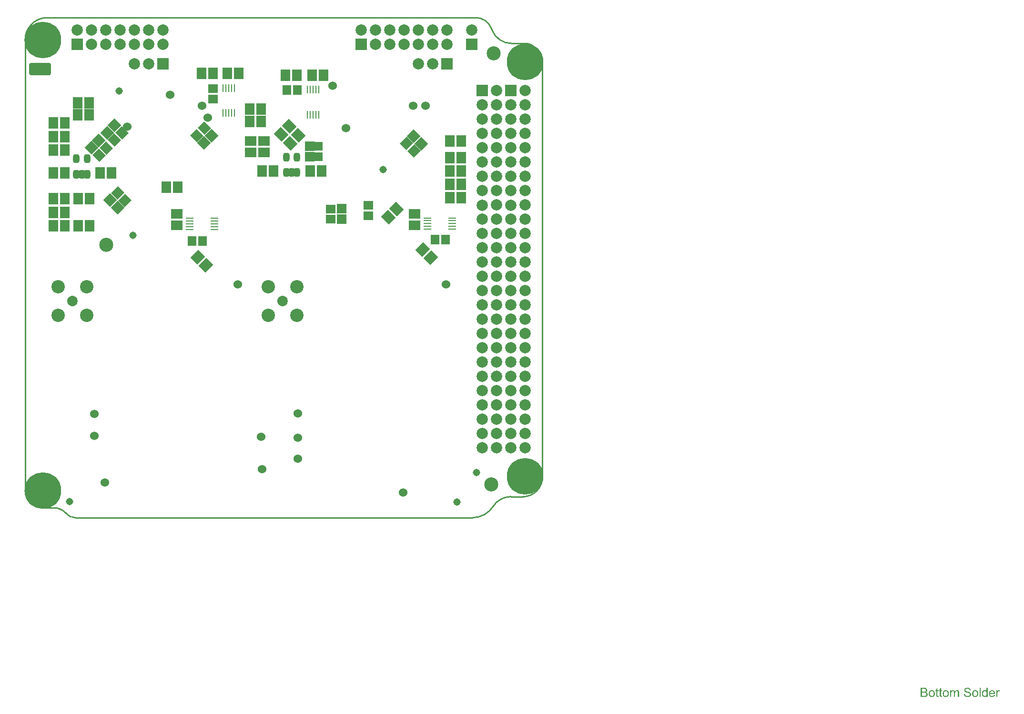
<source format=gbs>
G04*
G04 #@! TF.GenerationSoftware,Altium Limited,Altium Designer,18.1.7 (191)*
G04*
G04 Layer_Color=16711935*
%FSLAX25Y25*%
%MOIN*%
G70*
G01*
G75*
%ADD11C,0.01000*%
%ADD14C,0.00787*%
%ADD52R,0.14567X0.07874*%
%ADD55R,0.06724X0.06724*%
%ADD57P,0.09510X4X270.0*%
%ADD58P,0.09510X4X180.0*%
%ADD67C,0.09843*%
G04:AMPARAMS|DCode=74|XSize=61.34mil|YSize=67.24mil|CornerRadius=0mil|HoleSize=0mil|Usage=FLASHONLY|Rotation=135.000|XOffset=0mil|YOffset=0mil|HoleType=Round|Shape=Rectangle|*
%AMROTATEDRECTD74*
4,1,4,0.04546,0.00209,-0.00209,-0.04546,-0.04546,-0.00209,0.00209,0.04546,0.04546,0.00209,0.0*
%
%ADD74ROTATEDRECTD74*%

%ADD75R,0.06724X0.06134*%
%ADD76R,0.06134X0.06724*%
G04:AMPARAMS|DCode=77|XSize=61.34mil|YSize=67.24mil|CornerRadius=0mil|HoleSize=0mil|Usage=FLASHONLY|Rotation=45.000|XOffset=0mil|YOffset=0mil|HoleType=Round|Shape=Rectangle|*
%AMROTATEDRECTD77*
4,1,4,0.00209,-0.04546,-0.04546,0.00209,-0.00209,0.04546,0.04546,-0.00209,0.00209,-0.04546,0.0*
%
%ADD77ROTATEDRECTD77*%

%ADD80R,0.06724X0.08000*%
G04:AMPARAMS|DCode=81|XSize=67.24mil|YSize=80mil|CornerRadius=0mil|HoleSize=0mil|Usage=FLASHONLY|Rotation=135.000|XOffset=0mil|YOffset=0mil|HoleType=Round|Shape=Rectangle|*
%AMROTATEDRECTD81*
4,1,4,0.05206,0.00451,-0.00451,-0.05206,-0.05206,-0.00451,0.00451,0.05206,0.05206,0.00451,0.0*
%
%ADD81ROTATEDRECTD81*%

%ADD82R,0.08000X0.06724*%
%ADD83C,0.06000*%
%ADD84C,0.09331*%
%ADD85C,0.07323*%
%ADD86C,0.07906*%
%ADD87R,0.07906X0.07906*%
%ADD88R,0.07906X0.07906*%
%ADD89C,0.25622*%
%ADD90C,0.05150*%
%ADD108R,0.01100X0.05228*%
%ADD109R,0.05228X0.01100*%
G04:AMPARAMS|DCode=111|XSize=67.24mil|YSize=80mil|CornerRadius=0mil|HoleSize=0mil|Usage=FLASHONLY|Rotation=225.000|XOffset=0mil|YOffset=0mil|HoleType=Round|Shape=Rectangle|*
%AMROTATEDRECTD111*
4,1,4,-0.00451,0.05206,0.05206,-0.00451,0.00451,-0.05206,-0.05206,0.00451,-0.00451,0.05206,0.0*
%
%ADD111ROTATEDRECTD111*%

G04:AMPARAMS|DCode=112|XSize=43.62mil|YSize=59.37mil|CornerRadius=12.01mil|HoleSize=0mil|Usage=FLASHONLY|Rotation=0.000|XOffset=0mil|YOffset=0mil|HoleType=Round|Shape=RoundedRectangle|*
%AMROUNDEDRECTD112*
21,1,0.04362,0.03535,0,0,0.0*
21,1,0.01961,0.05937,0,0,0.0*
1,1,0.02402,0.00980,-0.01768*
1,1,0.02402,-0.00980,-0.01768*
1,1,0.02402,-0.00980,0.01768*
1,1,0.02402,0.00980,0.01768*
%
%ADD112ROUNDEDRECTD112*%
G36*
X659771Y-118548D02*
X659835D01*
X660008Y-118567D01*
X660199Y-118594D01*
X660400Y-118640D01*
X660619Y-118694D01*
X660819Y-118767D01*
X660828D01*
X660846Y-118776D01*
X660874Y-118794D01*
X660910Y-118813D01*
X661001Y-118858D01*
X661120Y-118940D01*
X661256Y-119031D01*
X661393Y-119150D01*
X661520Y-119286D01*
X661639Y-119441D01*
Y-119450D01*
X661648Y-119459D01*
X661666Y-119487D01*
X661685Y-119514D01*
X661730Y-119605D01*
X661785Y-119724D01*
X661848Y-119869D01*
X661894Y-120043D01*
X661939Y-120225D01*
X661958Y-120425D01*
X661156Y-120489D01*
Y-120480D01*
Y-120461D01*
X661147Y-120434D01*
X661138Y-120389D01*
X661110Y-120288D01*
X661074Y-120152D01*
X661019Y-120006D01*
X660937Y-119860D01*
X660837Y-119724D01*
X660710Y-119596D01*
X660691Y-119587D01*
X660646Y-119551D01*
X660555Y-119496D01*
X660436Y-119441D01*
X660282Y-119387D01*
X660099Y-119332D01*
X659872Y-119296D01*
X659617Y-119286D01*
X659489D01*
X659434Y-119296D01*
X659361Y-119305D01*
X659197Y-119323D01*
X659015Y-119359D01*
X658833Y-119405D01*
X658660Y-119478D01*
X658587Y-119523D01*
X658514Y-119569D01*
X658496Y-119578D01*
X658460Y-119614D01*
X658405Y-119678D01*
X658350Y-119751D01*
X658286Y-119851D01*
X658232Y-119960D01*
X658195Y-120088D01*
X658177Y-120234D01*
Y-120252D01*
Y-120288D01*
X658186Y-120352D01*
X658204Y-120425D01*
X658232Y-120516D01*
X658277Y-120607D01*
X658332Y-120698D01*
X658414Y-120790D01*
X658423Y-120799D01*
X658469Y-120826D01*
X658505Y-120853D01*
X658541Y-120871D01*
X658596Y-120899D01*
X658660Y-120935D01*
X658742Y-120963D01*
X658833Y-120999D01*
X658933Y-121036D01*
X659052Y-121081D01*
X659179Y-121117D01*
X659325Y-121163D01*
X659489Y-121200D01*
X659671Y-121245D01*
X659680D01*
X659717Y-121254D01*
X659771Y-121263D01*
X659835Y-121281D01*
X659917Y-121300D01*
X660017Y-121327D01*
X660117Y-121354D01*
X660227Y-121382D01*
X660464Y-121445D01*
X660691Y-121509D01*
X660801Y-121546D01*
X660901Y-121582D01*
X660992Y-121609D01*
X661065Y-121646D01*
X661074D01*
X661092Y-121655D01*
X661120Y-121673D01*
X661156Y-121691D01*
X661256Y-121746D01*
X661375Y-121819D01*
X661511Y-121919D01*
X661648Y-122029D01*
X661776Y-122156D01*
X661885Y-122293D01*
X661894Y-122311D01*
X661930Y-122356D01*
X661967Y-122438D01*
X662021Y-122548D01*
X662067Y-122675D01*
X662113Y-122830D01*
X662140Y-123003D01*
X662149Y-123185D01*
Y-123195D01*
Y-123204D01*
Y-123231D01*
Y-123267D01*
X662131Y-123368D01*
X662113Y-123495D01*
X662076Y-123641D01*
X662031Y-123796D01*
X661958Y-123960D01*
X661858Y-124133D01*
Y-124142D01*
X661848Y-124151D01*
X661803Y-124206D01*
X661739Y-124288D01*
X661648Y-124379D01*
X661530Y-124488D01*
X661384Y-124607D01*
X661220Y-124716D01*
X661028Y-124816D01*
X661019D01*
X661001Y-124825D01*
X660974Y-124834D01*
X660937Y-124853D01*
X660883Y-124871D01*
X660819Y-124898D01*
X660673Y-124934D01*
X660500Y-124980D01*
X660291Y-125026D01*
X660063Y-125053D01*
X659817Y-125062D01*
X659671D01*
X659598Y-125053D01*
X659516D01*
X659425Y-125044D01*
X659316Y-125035D01*
X659088Y-124998D01*
X658851Y-124962D01*
X658614Y-124898D01*
X658387Y-124816D01*
X658378D01*
X658359Y-124807D01*
X658332Y-124789D01*
X658295Y-124771D01*
X658186Y-124716D01*
X658059Y-124634D01*
X657913Y-124525D01*
X657758Y-124397D01*
X657612Y-124242D01*
X657476Y-124069D01*
Y-124060D01*
X657457Y-124042D01*
X657448Y-124014D01*
X657421Y-123978D01*
X657403Y-123932D01*
X657375Y-123878D01*
X657312Y-123741D01*
X657248Y-123568D01*
X657193Y-123377D01*
X657157Y-123158D01*
X657139Y-122930D01*
X657922Y-122857D01*
Y-122867D01*
Y-122876D01*
X657931Y-122903D01*
Y-122940D01*
X657949Y-123021D01*
X657977Y-123140D01*
X658013Y-123258D01*
X658050Y-123395D01*
X658113Y-123522D01*
X658177Y-123641D01*
X658186Y-123650D01*
X658214Y-123687D01*
X658259Y-123750D01*
X658332Y-123814D01*
X658423Y-123896D01*
X658523Y-123978D01*
X658660Y-124060D01*
X658806Y-124133D01*
X658815D01*
X658824Y-124142D01*
X658851Y-124151D01*
X658879Y-124160D01*
X658970Y-124188D01*
X659088Y-124224D01*
X659234Y-124260D01*
X659398Y-124288D01*
X659580Y-124306D01*
X659781Y-124315D01*
X659863D01*
X659954Y-124306D01*
X660063Y-124297D01*
X660190Y-124279D01*
X660336Y-124260D01*
X660482Y-124224D01*
X660619Y-124178D01*
X660637Y-124169D01*
X660682Y-124151D01*
X660746Y-124115D01*
X660828Y-124078D01*
X660910Y-124014D01*
X661001Y-123951D01*
X661092Y-123878D01*
X661165Y-123787D01*
X661174Y-123778D01*
X661193Y-123741D01*
X661220Y-123696D01*
X661256Y-123623D01*
X661293Y-123550D01*
X661320Y-123459D01*
X661338Y-123359D01*
X661347Y-123249D01*
Y-123240D01*
Y-123195D01*
X661338Y-123140D01*
X661329Y-123067D01*
X661302Y-122994D01*
X661274Y-122903D01*
X661229Y-122812D01*
X661165Y-122730D01*
X661156Y-122721D01*
X661129Y-122694D01*
X661092Y-122657D01*
X661028Y-122602D01*
X660956Y-122548D01*
X660855Y-122484D01*
X660737Y-122420D01*
X660600Y-122365D01*
X660591Y-122356D01*
X660546Y-122347D01*
X660473Y-122320D01*
X660427Y-122311D01*
X660363Y-122293D01*
X660300Y-122265D01*
X660218Y-122247D01*
X660127Y-122220D01*
X660017Y-122192D01*
X659908Y-122165D01*
X659781Y-122129D01*
X659635Y-122092D01*
X659480Y-122056D01*
X659471D01*
X659443Y-122047D01*
X659398Y-122038D01*
X659343Y-122019D01*
X659270Y-122001D01*
X659188Y-121983D01*
X659006Y-121928D01*
X658806Y-121864D01*
X658596Y-121801D01*
X658414Y-121737D01*
X658332Y-121701D01*
X658259Y-121664D01*
X658250D01*
X658241Y-121655D01*
X658186Y-121618D01*
X658104Y-121573D01*
X658013Y-121500D01*
X657904Y-121418D01*
X657795Y-121318D01*
X657685Y-121200D01*
X657594Y-121072D01*
X657585Y-121054D01*
X657558Y-121008D01*
X657521Y-120935D01*
X657485Y-120844D01*
X657448Y-120726D01*
X657412Y-120589D01*
X657384Y-120443D01*
X657375Y-120288D01*
Y-120279D01*
Y-120270D01*
Y-120243D01*
Y-120206D01*
X657394Y-120115D01*
X657412Y-119997D01*
X657439Y-119860D01*
X657485Y-119705D01*
X657549Y-119551D01*
X657640Y-119396D01*
Y-119387D01*
X657649Y-119377D01*
X657694Y-119323D01*
X657758Y-119250D01*
X657840Y-119159D01*
X657949Y-119059D01*
X658086Y-118949D01*
X658250Y-118849D01*
X658432Y-118758D01*
X658441D01*
X658460Y-118749D01*
X658487Y-118740D01*
X658523Y-118721D01*
X658569Y-118703D01*
X658633Y-118685D01*
X658769Y-118649D01*
X658942Y-118612D01*
X659143Y-118576D01*
X659352Y-118548D01*
X659589Y-118539D01*
X659708D01*
X659771Y-118548D01*
D02*
G37*
G36*
X673728Y-124953D02*
X673008D01*
Y-124379D01*
X672999Y-124388D01*
X672990Y-124406D01*
X672963Y-124443D01*
X672926Y-124488D01*
X672881Y-124534D01*
X672826Y-124588D01*
X672762Y-124652D01*
X672680Y-124716D01*
X672598Y-124780D01*
X672507Y-124844D01*
X672398Y-124898D01*
X672279Y-124944D01*
X672161Y-124989D01*
X672024Y-125026D01*
X671878Y-125044D01*
X671724Y-125053D01*
X671669D01*
X671633Y-125044D01*
X671523Y-125035D01*
X671396Y-125016D01*
X671241Y-124980D01*
X671068Y-124925D01*
X670895Y-124853D01*
X670722Y-124752D01*
X670713D01*
X670703Y-124734D01*
X670649Y-124698D01*
X670567Y-124625D01*
X670467Y-124534D01*
X670348Y-124415D01*
X670230Y-124269D01*
X670111Y-124106D01*
X670011Y-123914D01*
Y-123905D01*
X670002Y-123887D01*
X669993Y-123860D01*
X669975Y-123823D01*
X669956Y-123768D01*
X669929Y-123705D01*
X669911Y-123641D01*
X669893Y-123559D01*
X669847Y-123377D01*
X669802Y-123167D01*
X669774Y-122930D01*
X669765Y-122675D01*
Y-122666D01*
Y-122648D01*
Y-122611D01*
Y-122557D01*
X669774Y-122502D01*
Y-122429D01*
X669792Y-122265D01*
X669820Y-122074D01*
X669865Y-121864D01*
X669920Y-121646D01*
X669993Y-121436D01*
Y-121427D01*
X670002Y-121409D01*
X670020Y-121382D01*
X670038Y-121345D01*
X670093Y-121245D01*
X670166Y-121117D01*
X670257Y-120981D01*
X670375Y-120844D01*
X670512Y-120698D01*
X670676Y-120580D01*
X670685D01*
X670694Y-120571D01*
X670722Y-120553D01*
X670758Y-120534D01*
X670849Y-120489D01*
X670977Y-120425D01*
X671122Y-120370D01*
X671295Y-120325D01*
X671487Y-120288D01*
X671687Y-120279D01*
X671760D01*
X671833Y-120288D01*
X671933Y-120298D01*
X672052Y-120325D01*
X672179Y-120352D01*
X672307Y-120398D01*
X672425Y-120461D01*
X672443Y-120471D01*
X672480Y-120489D01*
X672535Y-120534D01*
X672607Y-120580D01*
X672698Y-120644D01*
X672780Y-120726D01*
X672871Y-120808D01*
X672954Y-120908D01*
Y-118649D01*
X673728D01*
Y-124953D01*
D02*
G37*
G36*
X681681Y-120288D02*
X681781Y-120307D01*
X681899Y-120343D01*
X682027Y-120389D01*
X682173Y-120452D01*
X682328Y-120534D01*
X682045Y-121245D01*
X682036Y-121236D01*
X682000Y-121218D01*
X681945Y-121190D01*
X681872Y-121163D01*
X681790Y-121136D01*
X681690Y-121108D01*
X681590Y-121090D01*
X681490Y-121081D01*
X681444D01*
X681398Y-121090D01*
X681335Y-121099D01*
X681271Y-121117D01*
X681189Y-121145D01*
X681107Y-121181D01*
X681034Y-121236D01*
X681025Y-121245D01*
X680998Y-121263D01*
X680970Y-121300D01*
X680925Y-121345D01*
X680879Y-121409D01*
X680834Y-121482D01*
X680788Y-121564D01*
X680752Y-121664D01*
X680743Y-121682D01*
X680733Y-121737D01*
X680715Y-121819D01*
X680688Y-121928D01*
X680661Y-122065D01*
X680642Y-122220D01*
X680633Y-122384D01*
X680624Y-122566D01*
Y-124953D01*
X679850D01*
Y-120379D01*
X680551D01*
Y-121072D01*
X680560Y-121063D01*
X680597Y-120999D01*
X680642Y-120917D01*
X680715Y-120817D01*
X680788Y-120717D01*
X680870Y-120607D01*
X680952Y-120516D01*
X681034Y-120443D01*
X681043Y-120434D01*
X681071Y-120416D01*
X681125Y-120389D01*
X681180Y-120361D01*
X681253Y-120334D01*
X681344Y-120307D01*
X681435Y-120288D01*
X681535Y-120279D01*
X681599D01*
X681681Y-120288D01*
D02*
G37*
G36*
X652420D02*
X652483D01*
X652547Y-120298D01*
X652702Y-120325D01*
X652866Y-120370D01*
X653039Y-120443D01*
X653212Y-120534D01*
X653358Y-120662D01*
X653376Y-120680D01*
X653413Y-120735D01*
X653476Y-120817D01*
X653504Y-120881D01*
X653540Y-120944D01*
X653577Y-121026D01*
X653604Y-121108D01*
X653640Y-121200D01*
X653668Y-121309D01*
X653686Y-121418D01*
X653704Y-121546D01*
X653722Y-121673D01*
Y-121819D01*
Y-124953D01*
X652948D01*
Y-122083D01*
Y-122074D01*
Y-122065D01*
Y-122010D01*
Y-121928D01*
X652939Y-121828D01*
X652930Y-121719D01*
X652921Y-121609D01*
X652902Y-121500D01*
X652875Y-121418D01*
Y-121409D01*
X652857Y-121382D01*
X652839Y-121345D01*
X652811Y-121300D01*
X652775Y-121245D01*
X652729Y-121190D01*
X652675Y-121136D01*
X652602Y-121081D01*
X652593Y-121072D01*
X652565Y-121063D01*
X652529Y-121045D01*
X652465Y-121017D01*
X652401Y-120990D01*
X652319Y-120972D01*
X652237Y-120963D01*
X652137Y-120954D01*
X652092D01*
X652055Y-120963D01*
X651964Y-120972D01*
X651855Y-120990D01*
X651727Y-121036D01*
X651591Y-121090D01*
X651454Y-121172D01*
X651326Y-121281D01*
X651317Y-121300D01*
X651281Y-121345D01*
X651226Y-121418D01*
X651171Y-121527D01*
X651108Y-121673D01*
X651062Y-121846D01*
X651026Y-122056D01*
X651008Y-122302D01*
Y-124953D01*
X650233D01*
Y-121992D01*
Y-121983D01*
Y-121965D01*
Y-121947D01*
Y-121910D01*
X650224Y-121810D01*
X650206Y-121701D01*
X650188Y-121573D01*
X650151Y-121445D01*
X650106Y-121327D01*
X650042Y-121218D01*
X650033Y-121209D01*
X650005Y-121172D01*
X649960Y-121136D01*
X649896Y-121081D01*
X649814Y-121036D01*
X649705Y-120990D01*
X649577Y-120963D01*
X649422Y-120954D01*
X649368D01*
X649304Y-120963D01*
X649231Y-120972D01*
X649140Y-120999D01*
X649031Y-121026D01*
X648931Y-121072D01*
X648821Y-121127D01*
X648812Y-121136D01*
X648776Y-121163D01*
X648730Y-121200D01*
X648666Y-121254D01*
X648602Y-121327D01*
X648539Y-121418D01*
X648475Y-121518D01*
X648420Y-121637D01*
X648411Y-121655D01*
X648402Y-121701D01*
X648384Y-121773D01*
X648356Y-121874D01*
X648329Y-122010D01*
X648311Y-122174D01*
X648302Y-122365D01*
X648293Y-122584D01*
Y-124953D01*
X647518D01*
Y-120379D01*
X648211D01*
Y-121036D01*
X648220Y-121017D01*
X648247Y-120981D01*
X648302Y-120917D01*
X648366Y-120844D01*
X648448Y-120753D01*
X648548Y-120662D01*
X648657Y-120571D01*
X648785Y-120489D01*
X648803Y-120480D01*
X648848Y-120452D01*
X648921Y-120425D01*
X649022Y-120379D01*
X649140Y-120343D01*
X649277Y-120316D01*
X649432Y-120288D01*
X649595Y-120279D01*
X649678D01*
X649778Y-120288D01*
X649887Y-120307D01*
X650024Y-120334D01*
X650160Y-120370D01*
X650297Y-120425D01*
X650424Y-120498D01*
X650443Y-120507D01*
X650479Y-120534D01*
X650534Y-120580D01*
X650607Y-120653D01*
X650680Y-120735D01*
X650762Y-120835D01*
X650835Y-120954D01*
X650889Y-121090D01*
X650898Y-121081D01*
X650916Y-121054D01*
X650944Y-121017D01*
X650989Y-120963D01*
X651044Y-120899D01*
X651108Y-120835D01*
X651181Y-120762D01*
X651272Y-120680D01*
X651372Y-120607D01*
X651472Y-120534D01*
X651591Y-120471D01*
X651718Y-120407D01*
X651855Y-120352D01*
X652001Y-120316D01*
X652146Y-120288D01*
X652310Y-120279D01*
X652374D01*
X652420Y-120288D01*
D02*
G37*
G36*
X668854Y-124953D02*
X668080D01*
Y-118649D01*
X668854D01*
Y-124953D01*
D02*
G37*
G36*
X629554Y-118658D02*
X629626D01*
X629790Y-118676D01*
X629973Y-118694D01*
X630164Y-118731D01*
X630355Y-118776D01*
X630528Y-118840D01*
X630537D01*
X630547Y-118849D01*
X630601Y-118876D01*
X630683Y-118922D01*
X630774Y-118986D01*
X630884Y-119068D01*
X631002Y-119168D01*
X631111Y-119296D01*
X631212Y-119432D01*
X631221Y-119450D01*
X631248Y-119505D01*
X631293Y-119578D01*
X631339Y-119687D01*
X631385Y-119815D01*
X631430Y-119951D01*
X631458Y-120106D01*
X631467Y-120261D01*
Y-120279D01*
Y-120325D01*
X631458Y-120407D01*
X631439Y-120507D01*
X631412Y-120625D01*
X631366Y-120753D01*
X631312Y-120881D01*
X631239Y-121017D01*
X631230Y-121036D01*
X631202Y-121072D01*
X631148Y-121145D01*
X631075Y-121218D01*
X630984Y-121309D01*
X630874Y-121409D01*
X630738Y-121500D01*
X630583Y-121591D01*
X630592D01*
X630610Y-121600D01*
X630638Y-121609D01*
X630674Y-121628D01*
X630783Y-121664D01*
X630911Y-121728D01*
X631047Y-121810D01*
X631202Y-121910D01*
X631339Y-122029D01*
X631467Y-122174D01*
X631476Y-122192D01*
X631512Y-122247D01*
X631567Y-122329D01*
X631622Y-122438D01*
X631676Y-122584D01*
X631731Y-122739D01*
X631767Y-122921D01*
X631776Y-123122D01*
Y-123131D01*
Y-123140D01*
Y-123195D01*
X631767Y-123286D01*
X631749Y-123395D01*
X631731Y-123522D01*
X631694Y-123659D01*
X631649Y-123805D01*
X631585Y-123951D01*
X631576Y-123969D01*
X631549Y-124014D01*
X631512Y-124078D01*
X631458Y-124169D01*
X631385Y-124260D01*
X631312Y-124361D01*
X631221Y-124461D01*
X631120Y-124543D01*
X631111Y-124552D01*
X631075Y-124579D01*
X631011Y-124616D01*
X630929Y-124652D01*
X630829Y-124707D01*
X630711Y-124761D01*
X630583Y-124807D01*
X630428Y-124853D01*
X630410D01*
X630355Y-124871D01*
X630264Y-124880D01*
X630146Y-124898D01*
X630000Y-124916D01*
X629827Y-124934D01*
X629635Y-124944D01*
X629417Y-124953D01*
X627012D01*
Y-118649D01*
X629490D01*
X629554Y-118658D01*
D02*
G37*
G36*
X641078Y-120379D02*
X641861D01*
Y-120981D01*
X641078D01*
Y-123668D01*
Y-123687D01*
Y-123723D01*
Y-123778D01*
X641087Y-123841D01*
X641096Y-123987D01*
X641105Y-124051D01*
X641114Y-124096D01*
X641123Y-124115D01*
X641151Y-124151D01*
X641187Y-124197D01*
X641251Y-124242D01*
X641269Y-124251D01*
X641315Y-124269D01*
X641397Y-124288D01*
X641515Y-124297D01*
X641606D01*
X641652Y-124288D01*
X641715D01*
X641788Y-124279D01*
X641861Y-124269D01*
X641961Y-124953D01*
X641943D01*
X641907Y-124962D01*
X641843Y-124971D01*
X641761Y-124980D01*
X641670Y-124998D01*
X641570Y-125007D01*
X641369Y-125016D01*
X641296D01*
X641223Y-125007D01*
X641132Y-124998D01*
X641023Y-124989D01*
X640914Y-124962D01*
X640813Y-124934D01*
X640713Y-124889D01*
X640704Y-124880D01*
X640677Y-124862D01*
X640640Y-124834D01*
X640586Y-124789D01*
X640540Y-124743D01*
X640485Y-124680D01*
X640431Y-124616D01*
X640394Y-124534D01*
Y-124525D01*
X640376Y-124488D01*
X640367Y-124424D01*
X640349Y-124333D01*
X640331Y-124215D01*
X640321Y-124142D01*
Y-124060D01*
X640312Y-123960D01*
X640303Y-123860D01*
Y-123750D01*
Y-123623D01*
Y-120981D01*
X639729D01*
Y-120379D01*
X640303D01*
Y-119250D01*
X641078Y-118785D01*
Y-120379D01*
D02*
G37*
G36*
X638627D02*
X639410D01*
Y-120981D01*
X638627D01*
Y-123668D01*
Y-123687D01*
Y-123723D01*
Y-123778D01*
X638636Y-123841D01*
X638645Y-123987D01*
X638654Y-124051D01*
X638663Y-124096D01*
X638673Y-124115D01*
X638700Y-124151D01*
X638736Y-124197D01*
X638800Y-124242D01*
X638818Y-124251D01*
X638864Y-124269D01*
X638946Y-124288D01*
X639064Y-124297D01*
X639155D01*
X639201Y-124288D01*
X639265D01*
X639338Y-124279D01*
X639410Y-124269D01*
X639511Y-124953D01*
X639493D01*
X639456Y-124962D01*
X639392Y-124971D01*
X639310Y-124980D01*
X639219Y-124998D01*
X639119Y-125007D01*
X638919Y-125016D01*
X638846D01*
X638773Y-125007D01*
X638682Y-124998D01*
X638572Y-124989D01*
X638463Y-124962D01*
X638363Y-124934D01*
X638263Y-124889D01*
X638253Y-124880D01*
X638226Y-124862D01*
X638190Y-124834D01*
X638135Y-124789D01*
X638090Y-124743D01*
X638035Y-124680D01*
X637980Y-124616D01*
X637944Y-124534D01*
Y-124525D01*
X637926Y-124488D01*
X637917Y-124424D01*
X637898Y-124333D01*
X637880Y-124215D01*
X637871Y-124142D01*
Y-124060D01*
X637862Y-123960D01*
X637853Y-123860D01*
Y-123750D01*
Y-123623D01*
Y-120981D01*
X637279D01*
Y-120379D01*
X637853D01*
Y-119250D01*
X638627Y-118785D01*
Y-120379D01*
D02*
G37*
G36*
X676980Y-120288D02*
X677053Y-120298D01*
X677144Y-120316D01*
X677244Y-120334D01*
X677363Y-120361D01*
X677472Y-120389D01*
X677600Y-120434D01*
X677718Y-120480D01*
X677846Y-120544D01*
X677973Y-120616D01*
X678101Y-120698D01*
X678219Y-120799D01*
X678328Y-120908D01*
X678337Y-120917D01*
X678356Y-120935D01*
X678383Y-120972D01*
X678419Y-121026D01*
X678465Y-121090D01*
X678511Y-121163D01*
X678565Y-121254D01*
X678620Y-121363D01*
X678675Y-121482D01*
X678729Y-121609D01*
X678775Y-121755D01*
X678820Y-121910D01*
X678857Y-122083D01*
X678884Y-122265D01*
X678902Y-122457D01*
X678911Y-122666D01*
Y-122675D01*
Y-122712D01*
Y-122775D01*
X678902Y-122867D01*
X675486D01*
Y-122876D01*
Y-122903D01*
X675495Y-122940D01*
Y-122994D01*
X675504Y-123058D01*
X675523Y-123131D01*
X675550Y-123295D01*
X675604Y-123477D01*
X675677Y-123677D01*
X675778Y-123860D01*
X675905Y-124024D01*
X675914D01*
X675923Y-124042D01*
X675978Y-124087D01*
X676060Y-124151D01*
X676169Y-124215D01*
X676315Y-124288D01*
X676479Y-124352D01*
X676661Y-124397D01*
X676761Y-124406D01*
X676871Y-124415D01*
X676944D01*
X677026Y-124406D01*
X677126Y-124388D01*
X677235Y-124361D01*
X677363Y-124324D01*
X677481Y-124269D01*
X677600Y-124197D01*
X677609Y-124188D01*
X677654Y-124151D01*
X677709Y-124096D01*
X677773Y-124024D01*
X677846Y-123923D01*
X677928Y-123796D01*
X678010Y-123650D01*
X678083Y-123477D01*
X678884Y-123577D01*
Y-123586D01*
X678875Y-123605D01*
X678866Y-123641D01*
X678848Y-123696D01*
X678820Y-123750D01*
X678793Y-123823D01*
X678720Y-123978D01*
X678629Y-124151D01*
X678502Y-124333D01*
X678356Y-124506D01*
X678174Y-124670D01*
X678164D01*
X678146Y-124689D01*
X678119Y-124707D01*
X678083Y-124734D01*
X678028Y-124761D01*
X677973Y-124789D01*
X677900Y-124825D01*
X677818Y-124862D01*
X677727Y-124898D01*
X677636Y-124934D01*
X677408Y-124989D01*
X677153Y-125035D01*
X676871Y-125053D01*
X676771D01*
X676707Y-125044D01*
X676625Y-125035D01*
X676525Y-125016D01*
X676415Y-124998D01*
X676297Y-124980D01*
X676042Y-124907D01*
X675905Y-124853D01*
X675778Y-124798D01*
X675641Y-124725D01*
X675513Y-124643D01*
X675395Y-124552D01*
X675277Y-124443D01*
X675268Y-124434D01*
X675249Y-124415D01*
X675222Y-124379D01*
X675185Y-124324D01*
X675140Y-124260D01*
X675094Y-124188D01*
X675040Y-124096D01*
X674985Y-123996D01*
X674930Y-123878D01*
X674876Y-123750D01*
X674830Y-123605D01*
X674785Y-123450D01*
X674748Y-123286D01*
X674721Y-123103D01*
X674703Y-122912D01*
X674693Y-122712D01*
Y-122703D01*
Y-122657D01*
Y-122602D01*
X674703Y-122520D01*
X674712Y-122420D01*
X674721Y-122311D01*
X674739Y-122183D01*
X674766Y-122056D01*
X674839Y-121764D01*
X674885Y-121618D01*
X674939Y-121464D01*
X675012Y-121318D01*
X675094Y-121181D01*
X675185Y-121045D01*
X675286Y-120917D01*
X675295Y-120908D01*
X675313Y-120890D01*
X675350Y-120862D01*
X675395Y-120817D01*
X675450Y-120771D01*
X675523Y-120717D01*
X675604Y-120653D01*
X675705Y-120598D01*
X675805Y-120534D01*
X675923Y-120480D01*
X676051Y-120425D01*
X676188Y-120379D01*
X676333Y-120334D01*
X676488Y-120307D01*
X676652Y-120288D01*
X676825Y-120279D01*
X676916D01*
X676980Y-120288D01*
D02*
G37*
G36*
X665201D02*
X665283Y-120298D01*
X665374Y-120316D01*
X665474Y-120334D01*
X665593Y-120352D01*
X665839Y-120434D01*
X665966Y-120480D01*
X666094Y-120544D01*
X666221Y-120607D01*
X666349Y-120698D01*
X666467Y-120790D01*
X666586Y-120899D01*
X666595Y-120908D01*
X666613Y-120926D01*
X666640Y-120963D01*
X666677Y-121008D01*
X666722Y-121072D01*
X666777Y-121154D01*
X666832Y-121245D01*
X666886Y-121345D01*
X666941Y-121455D01*
X666996Y-121591D01*
X667050Y-121728D01*
X667096Y-121883D01*
X667132Y-122047D01*
X667160Y-122220D01*
X667178Y-122402D01*
X667187Y-122602D01*
Y-122611D01*
Y-122639D01*
Y-122684D01*
Y-122748D01*
X667178Y-122821D01*
X667169Y-122912D01*
Y-123003D01*
X667150Y-123103D01*
X667123Y-123331D01*
X667068Y-123559D01*
X667005Y-123787D01*
X666914Y-123996D01*
Y-124005D01*
X666904Y-124014D01*
X666886Y-124042D01*
X666868Y-124078D01*
X666804Y-124169D01*
X666722Y-124279D01*
X666613Y-124406D01*
X666476Y-124534D01*
X666322Y-124661D01*
X666139Y-124780D01*
X666130D01*
X666121Y-124789D01*
X666094Y-124807D01*
X666048Y-124825D01*
X666003Y-124844D01*
X665948Y-124862D01*
X665811Y-124916D01*
X665656Y-124962D01*
X665465Y-125007D01*
X665265Y-125044D01*
X665046Y-125053D01*
X664955D01*
X664882Y-125044D01*
X664800Y-125035D01*
X664709Y-125016D01*
X664600Y-124998D01*
X664490Y-124980D01*
X664244Y-124907D01*
X664108Y-124853D01*
X663980Y-124798D01*
X663853Y-124725D01*
X663725Y-124643D01*
X663607Y-124552D01*
X663488Y-124443D01*
X663479Y-124434D01*
X663461Y-124415D01*
X663434Y-124379D01*
X663397Y-124324D01*
X663352Y-124260D01*
X663306Y-124188D01*
X663251Y-124096D01*
X663197Y-123987D01*
X663142Y-123869D01*
X663087Y-123732D01*
X663042Y-123586D01*
X662996Y-123431D01*
X662960Y-123258D01*
X662932Y-123076D01*
X662914Y-122876D01*
X662905Y-122666D01*
Y-122648D01*
Y-122611D01*
X662914Y-122548D01*
Y-122457D01*
X662923Y-122356D01*
X662942Y-122229D01*
X662960Y-122101D01*
X662996Y-121956D01*
X663033Y-121810D01*
X663078Y-121655D01*
X663133Y-121491D01*
X663206Y-121336D01*
X663279Y-121190D01*
X663379Y-121045D01*
X663479Y-120908D01*
X663607Y-120790D01*
X663616Y-120780D01*
X663634Y-120771D01*
X663670Y-120744D01*
X663716Y-120707D01*
X663771Y-120671D01*
X663843Y-120625D01*
X663916Y-120580D01*
X664008Y-120534D01*
X664108Y-120489D01*
X664217Y-120443D01*
X664463Y-120361D01*
X664745Y-120298D01*
X664891Y-120288D01*
X665046Y-120279D01*
X665137D01*
X665201Y-120288D01*
D02*
G37*
G36*
X644630D02*
X644712Y-120298D01*
X644804Y-120316D01*
X644904Y-120334D01*
X645022Y-120352D01*
X645268Y-120434D01*
X645396Y-120480D01*
X645523Y-120544D01*
X645651Y-120607D01*
X645778Y-120698D01*
X645897Y-120790D01*
X646015Y-120899D01*
X646024Y-120908D01*
X646043Y-120926D01*
X646070Y-120963D01*
X646106Y-121008D01*
X646152Y-121072D01*
X646207Y-121154D01*
X646261Y-121245D01*
X646316Y-121345D01*
X646371Y-121455D01*
X646425Y-121591D01*
X646480Y-121728D01*
X646525Y-121883D01*
X646562Y-122047D01*
X646589Y-122220D01*
X646607Y-122402D01*
X646617Y-122602D01*
Y-122611D01*
Y-122639D01*
Y-122684D01*
Y-122748D01*
X646607Y-122821D01*
X646598Y-122912D01*
Y-123003D01*
X646580Y-123103D01*
X646553Y-123331D01*
X646498Y-123559D01*
X646434Y-123787D01*
X646343Y-123996D01*
Y-124005D01*
X646334Y-124014D01*
X646316Y-124042D01*
X646298Y-124078D01*
X646234Y-124169D01*
X646152Y-124279D01*
X646043Y-124406D01*
X645906Y-124534D01*
X645751Y-124661D01*
X645569Y-124780D01*
X645560D01*
X645551Y-124789D01*
X645523Y-124807D01*
X645478Y-124825D01*
X645432Y-124844D01*
X645378Y-124862D01*
X645241Y-124916D01*
X645086Y-124962D01*
X644895Y-125007D01*
X644694Y-125044D01*
X644476Y-125053D01*
X644385D01*
X644312Y-125044D01*
X644230Y-125035D01*
X644139Y-125016D01*
X644029Y-124998D01*
X643920Y-124980D01*
X643674Y-124907D01*
X643537Y-124853D01*
X643410Y-124798D01*
X643282Y-124725D01*
X643155Y-124643D01*
X643036Y-124552D01*
X642918Y-124443D01*
X642909Y-124434D01*
X642891Y-124415D01*
X642863Y-124379D01*
X642827Y-124324D01*
X642781Y-124260D01*
X642736Y-124188D01*
X642681Y-124096D01*
X642626Y-123987D01*
X642572Y-123869D01*
X642517Y-123732D01*
X642472Y-123586D01*
X642426Y-123431D01*
X642389Y-123258D01*
X642362Y-123076D01*
X642344Y-122876D01*
X642335Y-122666D01*
Y-122648D01*
Y-122611D01*
X642344Y-122548D01*
Y-122457D01*
X642353Y-122356D01*
X642371Y-122229D01*
X642389Y-122101D01*
X642426Y-121956D01*
X642462Y-121810D01*
X642508Y-121655D01*
X642563Y-121491D01*
X642635Y-121336D01*
X642708Y-121190D01*
X642808Y-121045D01*
X642909Y-120908D01*
X643036Y-120790D01*
X643045Y-120780D01*
X643064Y-120771D01*
X643100Y-120744D01*
X643146Y-120707D01*
X643200Y-120671D01*
X643273Y-120625D01*
X643346Y-120580D01*
X643437Y-120534D01*
X643537Y-120489D01*
X643647Y-120443D01*
X643893Y-120361D01*
X644175Y-120298D01*
X644321Y-120288D01*
X644476Y-120279D01*
X644567D01*
X644630Y-120288D01*
D02*
G37*
G36*
X634828D02*
X634910Y-120298D01*
X635001Y-120316D01*
X635102Y-120334D01*
X635220Y-120352D01*
X635466Y-120434D01*
X635593Y-120480D01*
X635721Y-120544D01*
X635849Y-120607D01*
X635976Y-120698D01*
X636095Y-120790D01*
X636213Y-120899D01*
X636222Y-120908D01*
X636240Y-120926D01*
X636268Y-120963D01*
X636304Y-121008D01*
X636349Y-121072D01*
X636404Y-121154D01*
X636459Y-121245D01*
X636514Y-121345D01*
X636568Y-121455D01*
X636623Y-121591D01*
X636678Y-121728D01*
X636723Y-121883D01*
X636760Y-122047D01*
X636787Y-122220D01*
X636805Y-122402D01*
X636814Y-122602D01*
Y-122611D01*
Y-122639D01*
Y-122684D01*
Y-122748D01*
X636805Y-122821D01*
X636796Y-122912D01*
Y-123003D01*
X636778Y-123103D01*
X636750Y-123331D01*
X636696Y-123559D01*
X636632Y-123787D01*
X636541Y-123996D01*
Y-124005D01*
X636532Y-124014D01*
X636514Y-124042D01*
X636495Y-124078D01*
X636432Y-124169D01*
X636349Y-124279D01*
X636240Y-124406D01*
X636104Y-124534D01*
X635949Y-124661D01*
X635767Y-124780D01*
X635757D01*
X635748Y-124789D01*
X635721Y-124807D01*
X635675Y-124825D01*
X635630Y-124844D01*
X635575Y-124862D01*
X635439Y-124916D01*
X635284Y-124962D01*
X635092Y-125007D01*
X634892Y-125044D01*
X634673Y-125053D01*
X634582D01*
X634509Y-125044D01*
X634427Y-125035D01*
X634336Y-125016D01*
X634227Y-124998D01*
X634118Y-124980D01*
X633872Y-124907D01*
X633735Y-124853D01*
X633607Y-124798D01*
X633480Y-124725D01*
X633352Y-124643D01*
X633234Y-124552D01*
X633115Y-124443D01*
X633106Y-124434D01*
X633088Y-124415D01*
X633061Y-124379D01*
X633024Y-124324D01*
X632979Y-124260D01*
X632933Y-124188D01*
X632879Y-124096D01*
X632824Y-123987D01*
X632769Y-123869D01*
X632715Y-123732D01*
X632669Y-123586D01*
X632624Y-123431D01*
X632587Y-123258D01*
X632560Y-123076D01*
X632542Y-122876D01*
X632533Y-122666D01*
Y-122648D01*
Y-122611D01*
X632542Y-122548D01*
Y-122457D01*
X632551Y-122356D01*
X632569Y-122229D01*
X632587Y-122101D01*
X632624Y-121956D01*
X632660Y-121810D01*
X632706Y-121655D01*
X632760Y-121491D01*
X632833Y-121336D01*
X632906Y-121190D01*
X633006Y-121045D01*
X633106Y-120908D01*
X633234Y-120790D01*
X633243Y-120780D01*
X633261Y-120771D01*
X633298Y-120744D01*
X633343Y-120707D01*
X633398Y-120671D01*
X633471Y-120625D01*
X633544Y-120580D01*
X633635Y-120534D01*
X633735Y-120489D01*
X633844Y-120443D01*
X634090Y-120361D01*
X634373Y-120298D01*
X634518Y-120288D01*
X634673Y-120279D01*
X634764D01*
X634828Y-120288D01*
D02*
G37*
%LPC*%
G36*
X671769Y-120917D02*
X671724D01*
X671687Y-120926D01*
X671587Y-120935D01*
X671469Y-120972D01*
X671332Y-121017D01*
X671186Y-121099D01*
X671040Y-121200D01*
X670968Y-121272D01*
X670904Y-121345D01*
Y-121354D01*
X670886Y-121363D01*
X670877Y-121391D01*
X670849Y-121427D01*
X670822Y-121473D01*
X670794Y-121527D01*
X670767Y-121591D01*
X670731Y-121664D01*
X670694Y-121755D01*
X670667Y-121855D01*
X670640Y-121965D01*
X670612Y-122083D01*
X670594Y-122211D01*
X670576Y-122356D01*
X670558Y-122511D01*
Y-122675D01*
Y-122684D01*
Y-122712D01*
Y-122757D01*
X670567Y-122821D01*
Y-122894D01*
X670576Y-122976D01*
X670603Y-123167D01*
X670649Y-123377D01*
X670713Y-123595D01*
X670804Y-123805D01*
X670858Y-123896D01*
X670922Y-123987D01*
X670931D01*
X670940Y-124005D01*
X670986Y-124051D01*
X671068Y-124124D01*
X671168Y-124197D01*
X671295Y-124279D01*
X671450Y-124352D01*
X671614Y-124397D01*
X671705Y-124406D01*
X671797Y-124415D01*
X671842D01*
X671878Y-124406D01*
X671979Y-124397D01*
X672097Y-124361D01*
X672234Y-124315D01*
X672380Y-124242D01*
X672525Y-124142D01*
X672598Y-124078D01*
X672662Y-124005D01*
Y-123996D01*
X672680Y-123987D01*
X672698Y-123960D01*
X672717Y-123923D01*
X672744Y-123878D01*
X672780Y-123832D01*
X672808Y-123759D01*
X672844Y-123687D01*
X672881Y-123605D01*
X672908Y-123513D01*
X672944Y-123404D01*
X672972Y-123295D01*
X672990Y-123167D01*
X673008Y-123040D01*
X673026Y-122894D01*
Y-122739D01*
Y-122730D01*
Y-122694D01*
Y-122648D01*
X673017Y-122584D01*
Y-122511D01*
X673008Y-122420D01*
X672999Y-122320D01*
X672981Y-122211D01*
X672935Y-121992D01*
X672871Y-121764D01*
X672780Y-121546D01*
X672726Y-121455D01*
X672662Y-121363D01*
Y-121354D01*
X672644Y-121345D01*
X672598Y-121291D01*
X672516Y-121218D01*
X672416Y-121136D01*
X672289Y-121054D01*
X672134Y-120990D01*
X671960Y-120935D01*
X671869Y-120926D01*
X671769Y-120917D01*
D02*
G37*
G36*
X629344Y-119396D02*
X627850D01*
Y-121291D01*
X629399D01*
X629517Y-121281D01*
X629645Y-121272D01*
X629772Y-121263D01*
X629900Y-121245D01*
X630000Y-121227D01*
X630018Y-121218D01*
X630055Y-121209D01*
X630109Y-121181D01*
X630182Y-121145D01*
X630255Y-121108D01*
X630337Y-121054D01*
X630419Y-120981D01*
X630483Y-120908D01*
X630492Y-120899D01*
X630510Y-120871D01*
X630537Y-120817D01*
X630565Y-120753D01*
X630592Y-120680D01*
X630619Y-120589D01*
X630638Y-120480D01*
X630647Y-120361D01*
Y-120343D01*
Y-120307D01*
X630638Y-120252D01*
X630628Y-120179D01*
X630610Y-120088D01*
X630583Y-119997D01*
X630547Y-119906D01*
X630492Y-119815D01*
X630483Y-119806D01*
X630465Y-119778D01*
X630428Y-119733D01*
X630382Y-119687D01*
X630319Y-119632D01*
X630246Y-119578D01*
X630155Y-119523D01*
X630055Y-119487D01*
X630045D01*
X630000Y-119469D01*
X629936Y-119459D01*
X629836Y-119441D01*
X629699Y-119423D01*
X629544Y-119414D01*
X629344Y-119396D01*
D02*
G37*
G36*
X629508Y-122038D02*
X627850D01*
Y-124206D01*
X629645D01*
X629836Y-124197D01*
X629918Y-124188D01*
X629991Y-124178D01*
X630000D01*
X630036Y-124169D01*
X630091Y-124160D01*
X630155Y-124142D01*
X630310Y-124087D01*
X630465Y-124014D01*
X630474Y-124005D01*
X630501Y-123987D01*
X630537Y-123960D01*
X630583Y-123923D01*
X630628Y-123869D01*
X630692Y-123814D01*
X630738Y-123741D01*
X630793Y-123659D01*
X630802Y-123650D01*
X630811Y-123623D01*
X630829Y-123568D01*
X630856Y-123504D01*
X630884Y-123431D01*
X630902Y-123340D01*
X630911Y-123231D01*
X630920Y-123122D01*
Y-123103D01*
Y-123067D01*
X630911Y-122994D01*
X630893Y-122912D01*
X630874Y-122821D01*
X630838Y-122721D01*
X630793Y-122621D01*
X630729Y-122520D01*
X630720Y-122511D01*
X630692Y-122475D01*
X630656Y-122429D01*
X630601Y-122375D01*
X630528Y-122311D01*
X630437Y-122247D01*
X630337Y-122192D01*
X630219Y-122147D01*
X630200Y-122138D01*
X630164Y-122129D01*
X630082Y-122110D01*
X629982Y-122092D01*
X629854Y-122074D01*
X629699Y-122056D01*
X629508Y-122038D01*
D02*
G37*
G36*
X676834Y-120917D02*
X676780D01*
X676743Y-120926D01*
X676643Y-120935D01*
X676525Y-120963D01*
X676379Y-121008D01*
X676224Y-121072D01*
X676078Y-121163D01*
X675933Y-121281D01*
X675914Y-121300D01*
X675878Y-121345D01*
X675814Y-121427D01*
X675750Y-121537D01*
X675677Y-121664D01*
X675614Y-121828D01*
X675559Y-122019D01*
X675532Y-122229D01*
X678092D01*
Y-122220D01*
Y-122202D01*
X678083Y-122174D01*
Y-122138D01*
X678064Y-122029D01*
X678037Y-121910D01*
X677991Y-121764D01*
X677946Y-121628D01*
X677873Y-121491D01*
X677791Y-121372D01*
Y-121363D01*
X677773Y-121354D01*
X677727Y-121300D01*
X677645Y-121227D01*
X677536Y-121145D01*
X677399Y-121063D01*
X677235Y-120990D01*
X677044Y-120935D01*
X676944Y-120926D01*
X676834Y-120917D01*
D02*
G37*
G36*
X665046D02*
X664991D01*
X664946Y-120926D01*
X664846Y-120935D01*
X664709Y-120972D01*
X664554Y-121026D01*
X664390Y-121099D01*
X664235Y-121209D01*
X664153Y-121281D01*
X664080Y-121354D01*
Y-121363D01*
X664062Y-121372D01*
X664044Y-121400D01*
X664017Y-121436D01*
X663989Y-121482D01*
X663962Y-121537D01*
X663926Y-121609D01*
X663889Y-121682D01*
X663853Y-121773D01*
X663816Y-121864D01*
X663789Y-121974D01*
X663762Y-122092D01*
X663734Y-122220D01*
X663716Y-122356D01*
X663707Y-122511D01*
X663698Y-122666D01*
Y-122675D01*
Y-122703D01*
Y-122748D01*
X663707Y-122812D01*
Y-122885D01*
X663716Y-122967D01*
X663743Y-123158D01*
X663789Y-123377D01*
X663862Y-123595D01*
X663953Y-123805D01*
X664017Y-123896D01*
X664080Y-123987D01*
X664089D01*
X664099Y-124005D01*
X664153Y-124051D01*
X664235Y-124124D01*
X664345Y-124197D01*
X664481Y-124279D01*
X664645Y-124352D01*
X664837Y-124397D01*
X664937Y-124406D01*
X665046Y-124415D01*
X665101D01*
X665146Y-124406D01*
X665246Y-124388D01*
X665383Y-124361D01*
X665529Y-124306D01*
X665693Y-124233D01*
X665848Y-124124D01*
X665930Y-124051D01*
X666003Y-123978D01*
X666012Y-123969D01*
X666021Y-123960D01*
X666039Y-123932D01*
X666066Y-123896D01*
X666094Y-123851D01*
X666130Y-123796D01*
X666167Y-123723D01*
X666203Y-123650D01*
X666240Y-123559D01*
X666267Y-123459D01*
X666303Y-123349D01*
X666331Y-123231D01*
X666358Y-123094D01*
X666376Y-122958D01*
X666394Y-122803D01*
Y-122639D01*
Y-122630D01*
Y-122602D01*
Y-122557D01*
X666385Y-122502D01*
Y-122429D01*
X666376Y-122347D01*
X666349Y-122156D01*
X666303Y-121956D01*
X666230Y-121737D01*
X666130Y-121537D01*
X666076Y-121436D01*
X666003Y-121354D01*
Y-121345D01*
X665984Y-121336D01*
X665930Y-121281D01*
X665848Y-121218D01*
X665738Y-121136D01*
X665602Y-121054D01*
X665438Y-120981D01*
X665256Y-120935D01*
X665155Y-120926D01*
X665046Y-120917D01*
D02*
G37*
G36*
X644476D02*
X644421D01*
X644376Y-120926D01*
X644275Y-120935D01*
X644139Y-120972D01*
X643984Y-121026D01*
X643820Y-121099D01*
X643665Y-121209D01*
X643583Y-121281D01*
X643510Y-121354D01*
Y-121363D01*
X643492Y-121372D01*
X643474Y-121400D01*
X643446Y-121436D01*
X643419Y-121482D01*
X643392Y-121537D01*
X643355Y-121609D01*
X643319Y-121682D01*
X643282Y-121773D01*
X643246Y-121864D01*
X643219Y-121974D01*
X643191Y-122092D01*
X643164Y-122220D01*
X643146Y-122356D01*
X643137Y-122511D01*
X643127Y-122666D01*
Y-122675D01*
Y-122703D01*
Y-122748D01*
X643137Y-122812D01*
Y-122885D01*
X643146Y-122967D01*
X643173Y-123158D01*
X643219Y-123377D01*
X643291Y-123595D01*
X643383Y-123805D01*
X643446Y-123896D01*
X643510Y-123987D01*
X643519D01*
X643528Y-124005D01*
X643583Y-124051D01*
X643665Y-124124D01*
X643774Y-124197D01*
X643911Y-124279D01*
X644075Y-124352D01*
X644266Y-124397D01*
X644366Y-124406D01*
X644476Y-124415D01*
X644530D01*
X644576Y-124406D01*
X644676Y-124388D01*
X644813Y-124361D01*
X644958Y-124306D01*
X645122Y-124233D01*
X645277Y-124124D01*
X645359Y-124051D01*
X645432Y-123978D01*
X645441Y-123969D01*
X645450Y-123960D01*
X645469Y-123932D01*
X645496Y-123896D01*
X645523Y-123851D01*
X645560Y-123796D01*
X645596Y-123723D01*
X645633Y-123650D01*
X645669Y-123559D01*
X645696Y-123459D01*
X645733Y-123349D01*
X645760Y-123231D01*
X645787Y-123094D01*
X645806Y-122958D01*
X645824Y-122803D01*
Y-122639D01*
Y-122630D01*
Y-122602D01*
Y-122557D01*
X645815Y-122502D01*
Y-122429D01*
X645806Y-122347D01*
X645778Y-122156D01*
X645733Y-121956D01*
X645660Y-121737D01*
X645560Y-121537D01*
X645505Y-121436D01*
X645432Y-121354D01*
Y-121345D01*
X645414Y-121336D01*
X645359Y-121281D01*
X645277Y-121218D01*
X645168Y-121136D01*
X645031Y-121054D01*
X644867Y-120981D01*
X644685Y-120935D01*
X644585Y-120926D01*
X644476Y-120917D01*
D02*
G37*
G36*
X634673D02*
X634619D01*
X634573Y-120926D01*
X634473Y-120935D01*
X634336Y-120972D01*
X634181Y-121026D01*
X634017Y-121099D01*
X633862Y-121209D01*
X633780Y-121281D01*
X633708Y-121354D01*
Y-121363D01*
X633689Y-121372D01*
X633671Y-121400D01*
X633644Y-121436D01*
X633617Y-121482D01*
X633589Y-121537D01*
X633553Y-121609D01*
X633516Y-121682D01*
X633480Y-121773D01*
X633443Y-121864D01*
X633416Y-121974D01*
X633389Y-122092D01*
X633361Y-122220D01*
X633343Y-122356D01*
X633334Y-122511D01*
X633325Y-122666D01*
Y-122675D01*
Y-122703D01*
Y-122748D01*
X633334Y-122812D01*
Y-122885D01*
X633343Y-122967D01*
X633371Y-123158D01*
X633416Y-123377D01*
X633489Y-123595D01*
X633580Y-123805D01*
X633644Y-123896D01*
X633708Y-123987D01*
X633717D01*
X633726Y-124005D01*
X633780Y-124051D01*
X633862Y-124124D01*
X633972Y-124197D01*
X634108Y-124279D01*
X634272Y-124352D01*
X634464Y-124397D01*
X634564Y-124406D01*
X634673Y-124415D01*
X634728D01*
X634773Y-124406D01*
X634874Y-124388D01*
X635010Y-124361D01*
X635156Y-124306D01*
X635320Y-124233D01*
X635475Y-124124D01*
X635557Y-124051D01*
X635630Y-123978D01*
X635639Y-123969D01*
X635648Y-123960D01*
X635666Y-123932D01*
X635694Y-123896D01*
X635721Y-123851D01*
X635757Y-123796D01*
X635794Y-123723D01*
X635830Y-123650D01*
X635867Y-123559D01*
X635894Y-123459D01*
X635930Y-123349D01*
X635958Y-123231D01*
X635985Y-123094D01*
X636003Y-122958D01*
X636022Y-122803D01*
Y-122639D01*
Y-122630D01*
Y-122602D01*
Y-122557D01*
X636013Y-122502D01*
Y-122429D01*
X636003Y-122347D01*
X635976Y-122156D01*
X635930Y-121956D01*
X635858Y-121737D01*
X635757Y-121537D01*
X635703Y-121436D01*
X635630Y-121354D01*
Y-121345D01*
X635612Y-121336D01*
X635557Y-121281D01*
X635475Y-121218D01*
X635366Y-121136D01*
X635229Y-121054D01*
X635065Y-120981D01*
X634883Y-120935D01*
X634783Y-120926D01*
X634673Y-120917D01*
D02*
G37*
%LPD*%
D11*
X348727Y15143D02*
G03*
X362231Y28721I28J13476D01*
G01*
X313897Y453D02*
G03*
X327865Y8398I-430J17007D01*
G01*
X340101Y15143D02*
G03*
X327800Y8303I31J-14537D01*
G01*
X327073Y341609D02*
G03*
X340443Y332359I13542J5287D01*
G01*
X326634Y342790D02*
G03*
X315457Y350371I-11018J-4215D01*
G01*
X429Y19709D02*
G03*
X13080Y7370I12282J-63D01*
G01*
X29169Y3404D02*
G03*
X20591Y7370I-8805J-7785D01*
G01*
X29072Y3478D02*
G03*
X35354Y453I6097J4625D01*
G01*
X362262Y319425D02*
G03*
X349823Y332359I-12687J247D01*
G01*
X15524Y350371D02*
G03*
X429Y333981I435J-15546D01*
G01*
X340101Y15143D02*
X348756D01*
X340443Y332359D02*
X349823D01*
X326634Y342790D02*
X327141Y341464D01*
X429Y333981D02*
X429Y19709D01*
X13080Y7370D02*
X20591D01*
X35354Y453D02*
X313467D01*
X362262Y28721D02*
X362262Y319425D01*
X15524Y350371D02*
X315457D01*
D14*
X4429Y318307D02*
G03*
X3642Y317520I-0J-787D01*
G01*
X18209D02*
G03*
X17421Y318307I-787J-0D01*
G01*
Y310433D02*
G03*
X18209Y311221I0J787D01*
G01*
X3642D02*
G03*
X4429Y310433I787J0D01*
G01*
X18209Y311221D02*
Y317520D01*
X4429Y318307D02*
X17421D01*
X4429Y310433D02*
X17421D01*
X3642Y311221D02*
Y317520D01*
D52*
X10925Y314370D02*
D03*
D55*
X221752Y216555D02*
D03*
Y209232D02*
D03*
X199508Y253031D02*
D03*
Y260354D02*
D03*
D57*
X62924Y274932D02*
D03*
X57746Y269754D02*
D03*
X51999Y264400D02*
D03*
X46820Y259222D02*
D03*
X130837Y267845D02*
D03*
X125659Y262667D02*
D03*
D58*
X59911Y222668D02*
D03*
X65089Y217490D02*
D03*
X272313Y267254D02*
D03*
X277491Y262076D02*
D03*
D67*
X328051Y325295D02*
D03*
X57185Y191339D02*
D03*
X326476Y23622D02*
D03*
D74*
X70292Y222425D02*
D03*
X65141Y227575D02*
D03*
X267307Y262319D02*
D03*
X272457Y257169D02*
D03*
D75*
X240650Y211713D02*
D03*
Y218996D02*
D03*
X131693Y300689D02*
D03*
Y293406D02*
D03*
X214173Y216535D02*
D03*
Y209252D02*
D03*
X205315Y260433D02*
D03*
Y253150D02*
D03*
D76*
X117126Y194193D02*
D03*
X124409D02*
D03*
X190945Y299606D02*
D03*
X183661D02*
D03*
X287242Y194882D02*
D03*
X294526D02*
D03*
D77*
X68132Y269838D02*
D03*
X62982Y264688D02*
D03*
X125705Y272949D02*
D03*
X120555Y267799D02*
D03*
X52149Y253921D02*
D03*
X57300Y259071D02*
D03*
D80*
X99232Y231693D02*
D03*
X107232D02*
D03*
X297575Y263976D02*
D03*
X305575D02*
D03*
X297575Y243110D02*
D03*
X305575D02*
D03*
X297575Y233760D02*
D03*
X305575D02*
D03*
X297575Y252461D02*
D03*
X305575D02*
D03*
X297575Y224409D02*
D03*
X305575D02*
D03*
X123890Y311221D02*
D03*
X131890D02*
D03*
X182650Y310039D02*
D03*
X190650D02*
D03*
X165516Y277658D02*
D03*
X157516D02*
D03*
X165516Y286221D02*
D03*
X157516D02*
D03*
X20114Y241732D02*
D03*
X28114D02*
D03*
X60693D02*
D03*
X52693D02*
D03*
X28114Y257677D02*
D03*
X20114D02*
D03*
X45339Y282283D02*
D03*
X37339D02*
D03*
X20114Y267126D02*
D03*
X28114D02*
D03*
X45339Y290551D02*
D03*
X37339D02*
D03*
X20114Y276673D02*
D03*
X28114D02*
D03*
X166276Y242913D02*
D03*
X174276D02*
D03*
X207740D02*
D03*
X199740D02*
D03*
X20114Y204624D02*
D03*
X28114D02*
D03*
X45402D02*
D03*
X37402D02*
D03*
X20114Y214173D02*
D03*
X28114D02*
D03*
X45402Y223718D02*
D03*
X37402D02*
D03*
X20114D02*
D03*
X28114D02*
D03*
X141964Y311221D02*
D03*
X149964D02*
D03*
X201020Y310039D02*
D03*
X209020D02*
D03*
D81*
X126943Y176994D02*
D03*
X121286Y182651D02*
D03*
X284067Y182506D02*
D03*
X278410Y188163D02*
D03*
D82*
X167421Y264138D02*
D03*
Y256138D02*
D03*
X158153Y264138D02*
D03*
Y256138D02*
D03*
X106595Y204957D02*
D03*
Y212957D02*
D03*
X272933Y204957D02*
D03*
Y212957D02*
D03*
D83*
X271850Y288583D02*
D03*
X280512D02*
D03*
X225000Y273031D02*
D03*
X124114Y288583D02*
D03*
X128347Y280512D02*
D03*
X71949Y274016D02*
D03*
X101969Y296358D02*
D03*
X215551Y302658D02*
D03*
X149114Y163681D02*
D03*
X294783D02*
D03*
X165551Y56890D02*
D03*
X56299Y24902D02*
D03*
X48917Y73032D02*
D03*
Y57579D02*
D03*
X264824Y18110D02*
D03*
X191240Y73327D02*
D03*
Y56398D02*
D03*
Y41772D02*
D03*
X166312Y34213D02*
D03*
D84*
X170551Y162047D02*
D03*
Y142047D02*
D03*
X190551D02*
D03*
Y162047D02*
D03*
X43583D02*
D03*
Y142047D02*
D03*
X23583D02*
D03*
Y162047D02*
D03*
D85*
X180551Y152047D02*
D03*
X33583D02*
D03*
D86*
X36831Y341595D02*
D03*
X46831D02*
D03*
X56831D02*
D03*
X66831D02*
D03*
X76831D02*
D03*
X86831D02*
D03*
X96831D02*
D03*
Y331594D02*
D03*
X86831D02*
D03*
X76831D02*
D03*
X66831D02*
D03*
X56831D02*
D03*
X46831D02*
D03*
X86831Y318110D02*
D03*
X76831D02*
D03*
X235492Y341595D02*
D03*
X245492D02*
D03*
X255492D02*
D03*
X265492D02*
D03*
X275492D02*
D03*
X285492D02*
D03*
X295492D02*
D03*
Y331594D02*
D03*
X285492D02*
D03*
X275492D02*
D03*
X265492D02*
D03*
X255492D02*
D03*
X245492D02*
D03*
X312697Y341595D02*
D03*
X285551Y318110D02*
D03*
X275551D02*
D03*
X330079Y59291D02*
D03*
X320079D02*
D03*
X330079Y69291D02*
D03*
X320079D02*
D03*
X330079Y79291D02*
D03*
X320079D02*
D03*
X330079Y89291D02*
D03*
X320079D02*
D03*
X330079Y99291D02*
D03*
X320079D02*
D03*
X330079Y109291D02*
D03*
X320079D02*
D03*
X330079Y119291D02*
D03*
X320079D02*
D03*
X330079Y129291D02*
D03*
X320079D02*
D03*
X330079Y139291D02*
D03*
X320079D02*
D03*
X330079Y149291D02*
D03*
X320079D02*
D03*
X330079Y159291D02*
D03*
X320079D02*
D03*
X330079Y169291D02*
D03*
X320079D02*
D03*
X330079Y179291D02*
D03*
X320079D02*
D03*
X330079Y189291D02*
D03*
X320079D02*
D03*
X330079Y199291D02*
D03*
X320079D02*
D03*
X330079Y209291D02*
D03*
X320079D02*
D03*
X330079Y219291D02*
D03*
X320079Y219193D02*
D03*
X330079Y229291D02*
D03*
X320079D02*
D03*
X330079Y239291D02*
D03*
X320079D02*
D03*
X330079Y249291D02*
D03*
X320079D02*
D03*
X330079Y259291D02*
D03*
X320079D02*
D03*
X330079Y269291D02*
D03*
X320079D02*
D03*
X330079Y279291D02*
D03*
X320079D02*
D03*
X330079Y289291D02*
D03*
X320079D02*
D03*
X330079Y299291D02*
D03*
X320079Y49291D02*
D03*
X330079D02*
D03*
X350079D02*
D03*
X340079D02*
D03*
X350079Y299291D02*
D03*
X340079Y289291D02*
D03*
X350079D02*
D03*
X340079Y279291D02*
D03*
X350079D02*
D03*
X340079Y269291D02*
D03*
X350079D02*
D03*
X340059Y259291D02*
D03*
X350079D02*
D03*
X340059Y249291D02*
D03*
X350079D02*
D03*
X340079Y239291D02*
D03*
X350079D02*
D03*
X340079Y229291D02*
D03*
X350079D02*
D03*
X340079Y219193D02*
D03*
X350079Y219291D02*
D03*
X340079Y209291D02*
D03*
X350079D02*
D03*
X340079Y199291D02*
D03*
X350079D02*
D03*
X340079Y189291D02*
D03*
X350079D02*
D03*
X340079Y179291D02*
D03*
X350079D02*
D03*
X340079Y169291D02*
D03*
X350079D02*
D03*
X340079Y159291D02*
D03*
X350079D02*
D03*
X340079Y149291D02*
D03*
X350079D02*
D03*
X340079Y139291D02*
D03*
X350079D02*
D03*
X340079Y129291D02*
D03*
X350079D02*
D03*
X340079Y119291D02*
D03*
X350079D02*
D03*
X340079Y109291D02*
D03*
X350079D02*
D03*
X340079Y99291D02*
D03*
X350079D02*
D03*
X340079Y89291D02*
D03*
X350079D02*
D03*
X340079Y79291D02*
D03*
X350079D02*
D03*
X340079Y69291D02*
D03*
X350079D02*
D03*
X340079Y59291D02*
D03*
X350079D02*
D03*
D87*
X36831Y331594D02*
D03*
X96831Y318110D02*
D03*
X235492Y331594D02*
D03*
X295551Y318110D02*
D03*
D88*
X312697Y331594D02*
D03*
X320079Y299291D02*
D03*
X340059D02*
D03*
D89*
X12831Y19500D02*
D03*
X350134Y29342D02*
D03*
X12831Y334559D02*
D03*
X350098Y319416D02*
D03*
D90*
X316240Y32185D02*
D03*
X66240Y299114D02*
D03*
X250689Y243996D02*
D03*
X75689Y198130D02*
D03*
X31352Y11673D02*
D03*
X302362Y11319D02*
D03*
D108*
X146752Y301135D02*
D03*
X144783D02*
D03*
X142815D02*
D03*
X140846D02*
D03*
X138878D02*
D03*
Y283707D02*
D03*
X140846D02*
D03*
X142815D02*
D03*
X144783D02*
D03*
X146752D02*
D03*
X205709Y299954D02*
D03*
X203740D02*
D03*
X201772D02*
D03*
X199803D02*
D03*
X197835D02*
D03*
Y282526D02*
D03*
X199803D02*
D03*
X201772D02*
D03*
X203740D02*
D03*
X205709D02*
D03*
D109*
X115400Y210039D02*
D03*
Y208071D02*
D03*
Y206102D02*
D03*
Y204134D02*
D03*
Y202165D02*
D03*
X132828D02*
D03*
Y204134D02*
D03*
Y206102D02*
D03*
Y208071D02*
D03*
Y210039D02*
D03*
X281718Y210195D02*
D03*
Y208227D02*
D03*
Y206259D02*
D03*
Y204290D02*
D03*
Y202322D02*
D03*
X299146D02*
D03*
Y204290D02*
D03*
Y206259D02*
D03*
Y208227D02*
D03*
Y210195D02*
D03*
D111*
X254554Y210557D02*
D03*
X260210Y216214D02*
D03*
X185951Y262427D02*
D03*
X191608Y268084D02*
D03*
X179455Y268727D02*
D03*
X185112Y274383D02*
D03*
D112*
X43799Y240846D02*
D03*
X40059D02*
D03*
X36319D02*
D03*
Y251673D02*
D03*
X43799D02*
D03*
X190650Y242028D02*
D03*
X186909D02*
D03*
X183169D02*
D03*
Y252854D02*
D03*
X190650D02*
D03*
M02*

</source>
